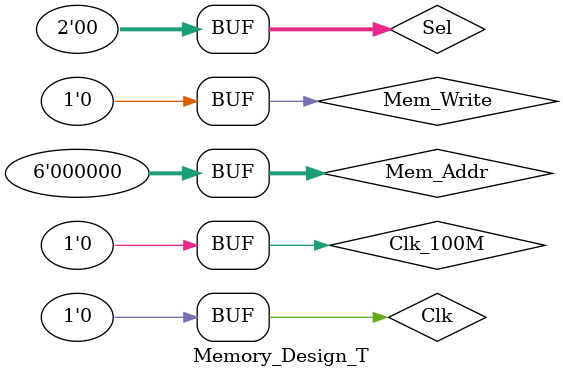
<source format=v>
`timescale 1ns / 1ps


module Memory_Design_T;

	// Inputs
	reg [7:2] Mem_Addr;
	reg [1:0] Sel;
	reg Mem_Write;
	reg Clk;
	reg Clk_100M;

	// Outputs
	wire [7:0] LED;

	// Instantiate the Unit Under Test (UUT)
	MEMORY_DESIGN uut (
		.Mem_Addr(Mem_Addr), 
		.Sel(Sel), 
		.Mem_Write(Mem_Write), 
		.Clk(Clk), 
		.Clk_100M(Clk_100M), 
		.LED(LED)
	);

	initial begin
		// Initialize Inputs
		Mem_Addr = 0;
		Sel = 0;
		Mem_Write = 0;
		Clk = 0;
		Clk_100M = 0;

		// Wait 100 ns for global reset to finish
		#100;
    
		// Add stimulus here

	end
      
endmodule


</source>
